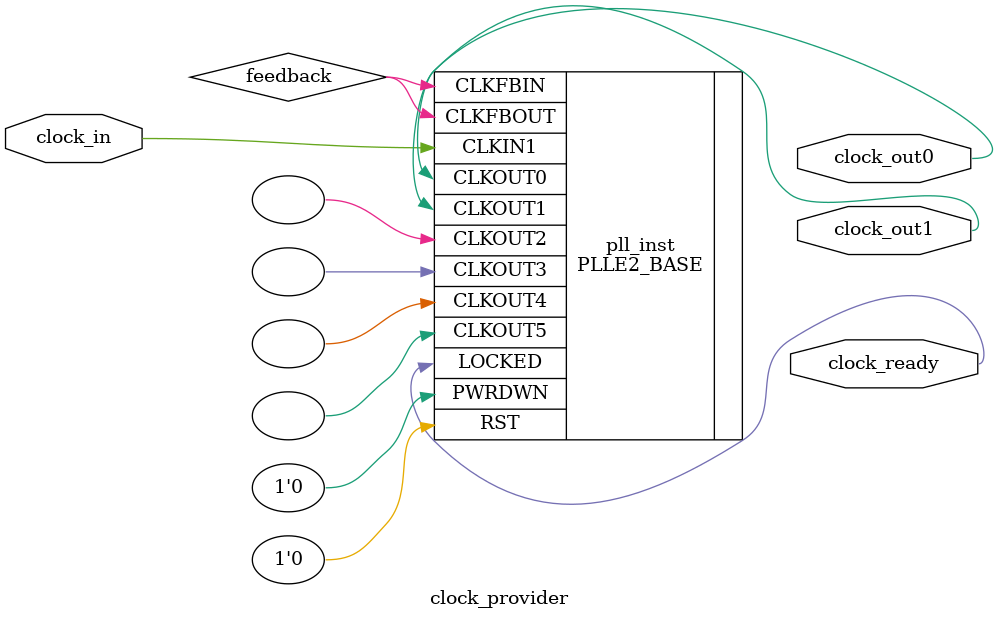
<source format=sv>
`include "timescale.sv"
module clock_provider
(
	input logic clock_in,
	output logic clock_out0,
	output logic clock_out1,
	output logic clock_ready
);
	logic feedback;

	/* Refer to UG472 */
	PLLE2_BASE #(
		.BANDWIDTH("OPTIMIZED"),
		.STARTUP_WAIT("TRUE"),

		// input clock
		.CLKIN1_PERIOD(10.0),    // input clock 100 MHz
		.REF_JITTER1(0.1),       // typical jitter 100 ps (part DSC1033CC1-100.0000T)

		// affecting all output clocks
		.DIVCLK_DIVIDE(1),    // master division 1~56
		.CLKFBOUT_MULT(16),   // master multiplication 2~64
		.CLKFBOUT_PHASE(0.0), // master phase shift -360.000~360.000

		// output clock 0
		.CLKOUT0_DIVIDE(8),       // 1~128 200 MHz
		.CLKOUT0_PHASE(0.0),      // -360.000~360.000
		.CLKOUT0_DUTY_CYCLE(0.5), // 0.001~0.999

		// output clock 1
		.CLKOUT1_DIVIDE(80),      // 20 MHz
		.CLKOUT1_PHASE(0.0),
		.CLKOUT1_DUTY_CYCLE(0.5)
	) pll_inst
	(
		.CLKFBOUT(feedback),
		.CLKFBIN(feedback),

		// control
		.LOCKED(clock_ready),
		.PWRDWN(1'b0),
		.RST(1'b0),

		// input clock
		.CLKIN1(clock_in),

		// output clocks
		.CLKOUT0(clock_out0),
		.CLKOUT1(clock_out1),
		.CLKOUT2(),
		.CLKOUT3(),
		.CLKOUT4(),
		.CLKOUT5()
	);

endmodule

</source>
